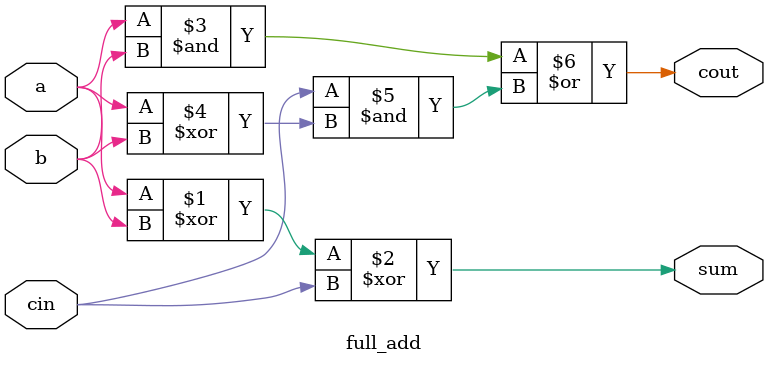
<source format=v>
/*
 * Copyright (c) 2024 Your Name
 * SPDX-License-Identifier: Apache-2.0
 */

`default_nettype none

module tt_um_a_4_array_multiplier (
    input  wire [7:0] ui_in,    // Dedicated inputs
    output wire [7:0] uo_out,   // Dedicated outputs
    input  wire [7:0] uio_in,   // IOs: Input path
    output wire [7:0] uio_out,  // IOs: Output path
    output wire [7:0] uio_oe,   // IOs: Enable path (active high: 0=input, 1=output)
    input  wire       ena,      
    input  wire       clk,      
    input  wire       rst_n     
);

    wire [3:0] m = ui_in[7:4]; 
    wire [3:0] q = ui_in[3:0]; 
    wire [7:0] p;              

    wire [3:0] pp0, pp1, pp2, pp3;
    wire [4:0] sum1, sum2, sum3;
    wire [4:0] carry1, carry2, carry3;

    assign pp0 = m & {4{q[0]}};
    assign pp1 = m & {4{q[1]}};
    assign pp2 = m & {4{q[2]}};
    assign pp3 = m & {4{q[3]}};

    assign p[0] = pp0[0];
    half_add ha1 (pp0[1], pp1[0], p[1], carry1[0]);
    full_add fa1 (pp0[2], pp1[1], carry1[0], sum1[0], carry1[1]);
    full_add fa2 (pp0[3], pp1[2], carry1[1], sum1[1], carry1[2]);
    full_add fa3 (1'b0, pp1[3], carry1[2], sum1[2], carry1[3]);

    half_add ha2 (sum1[0], pp2[0], p[2], carry2[0]);
    full_add fa4 (sum1[1], pp2[1], carry2[0], sum2[0], carry2[1]);
    full_add fa5 (sum1[2], pp2[2], carry2[1], sum2[1], carry2[2]);
    full_add fa6 (carry1[3], pp2[3], carry2[2], sum2[2], carry2[3]);

    half_add ha3 (sum2[0], pp3[0], p[3], carry3[0]);
    full_add fa7 (sum2[1], pp3[1], carry3[0], p[4], carry3[1]);
    full_add fa8 (sum2[2], pp3[2], carry3[1], p[5], carry3[2]);
    full_add fa9 (carry2[3], pp3[3], carry3[2], p[6], p[7]);

    assign uo_out = p;
    assign uio_out = 0;
    assign uio_oe  = 0;

    wire _unused = &{ena, clk, rst_n, uio_in, 1'b0};

endmodule

module half_add (
    input a, b,
    output sum, cout
);
    assign sum = a ^ b;
    assign cout = a & b;
endmodule

module full_add (
    input a, b, cin,
    output sum, cout
);
    assign sum = a ^ b ^ cin;
    assign cout = (a & b) | (cin & (a ^ b));
endmodule

</source>
